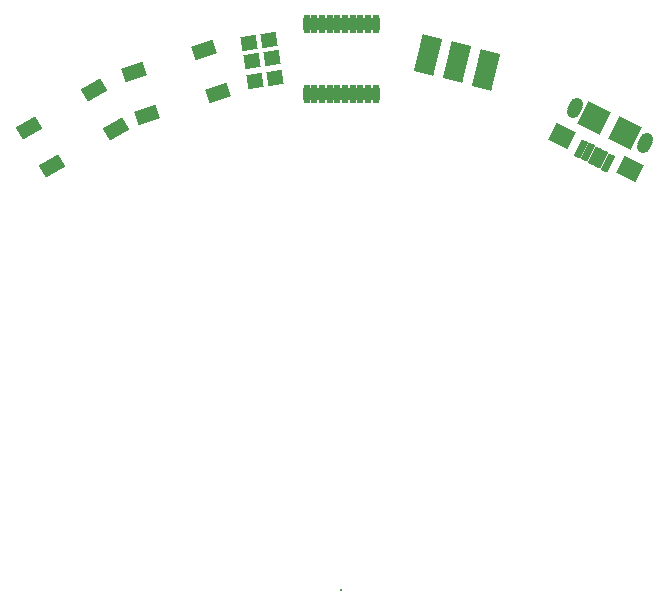
<source format=gbs>
G04*
G04 #@! TF.GenerationSoftware,Altium Limited,Altium Designer,20.1.12 (249)*
G04*
G04 Layer_Color=16711935*
%FSLAX25Y25*%
%MOIN*%
G70*
G04*
G04 #@! TF.SameCoordinates,7C2EAEED-1B34-4CDB-9279-0DCC4619808E*
G04*
G04*
G04 #@! TF.FilePolarity,Negative*
G04*
G01*
G75*
G04:AMPARAMS|DCode=116|XSize=51.31mil|YSize=47.37mil|CornerRadius=0mil|HoleSize=0mil|Usage=FLASHONLY|Rotation=8.800|XOffset=0mil|YOffset=0mil|HoleType=Round|Shape=Rectangle|*
%AMROTATEDRECTD116*
4,1,4,-0.02173,-0.02733,-0.02898,0.01948,0.02173,0.02733,0.02898,-0.01948,-0.02173,-0.02733,0.0*
%
%ADD116ROTATEDRECTD116*%

%ADD176C,0.00800*%
G04:AMPARAMS|DCode=188|XSize=74.93mil|YSize=47.37mil|CornerRadius=0mil|HoleSize=0mil|Usage=FLASHONLY|Rotation=30.000|XOffset=0mil|YOffset=0mil|HoleType=Round|Shape=Rectangle|*
%AMROTATEDRECTD188*
4,1,4,-0.02060,-0.03924,-0.04429,0.00178,0.02060,0.03924,0.04429,-0.00178,-0.02060,-0.03924,0.0*
%
%ADD188ROTATEDRECTD188*%

G04:AMPARAMS|DCode=189|XSize=74.93mil|YSize=47.37mil|CornerRadius=0mil|HoleSize=0mil|Usage=FLASHONLY|Rotation=17.580|XOffset=0mil|YOffset=0mil|HoleType=Round|Shape=Rectangle|*
%AMROTATEDRECTD189*
4,1,4,-0.02856,-0.03390,-0.04287,0.01126,0.02856,0.03390,0.04287,-0.01126,-0.02856,-0.03390,0.0*
%
%ADD189ROTATEDRECTD189*%

%ADD190P,0.11710X4X198.7*%
G04:AMPARAMS|DCode=191|XSize=70.99mil|YSize=63.12mil|CornerRadius=0mil|HoleSize=0mil|Usage=FLASHONLY|Rotation=153.660|XOffset=0mil|YOffset=0mil|HoleType=Round|Shape=Rectangle|*
%AMROTATEDRECTD191*
4,1,4,0.04581,0.01253,0.01781,-0.04403,-0.04581,-0.01253,-0.01781,0.04403,0.04581,0.01253,0.0*
%
%ADD191ROTATEDRECTD191*%

G04:AMPARAMS|DCode=192|XSize=23.75mil|YSize=61.15mil|CornerRadius=0mil|HoleSize=0mil|Usage=FLASHONLY|Rotation=153.660|XOffset=0mil|YOffset=0mil|HoleType=Round|Shape=Rectangle|*
%AMROTATEDRECTD192*
4,1,4,0.02421,0.02213,-0.00293,-0.03267,-0.02421,-0.02213,0.00293,0.03267,0.02421,0.02213,0.0*
%
%ADD192ROTATEDRECTD192*%

G04:AMPARAMS|DCode=193|XSize=67.06mil|YSize=126.11mil|CornerRadius=0mil|HoleSize=0mil|Usage=FLASHONLY|Rotation=166.000|XOffset=0mil|YOffset=0mil|HoleType=Round|Shape=Rectangle|*
%AMROTATEDRECTD193*
4,1,4,0.04779,0.05307,0.01728,-0.06929,-0.04779,-0.05307,-0.01728,0.06929,0.04779,0.05307,0.0*
%
%ADD193ROTATEDRECTD193*%

%ADD194O,0.02572X0.06312*%
G04:AMPARAMS|DCode=195|XSize=43.43mil|YSize=70.99mil|CornerRadius=0mil|HoleSize=0mil|Usage=FLASHONLY|Rotation=153.660|XOffset=0mil|YOffset=0mil|HoleType=Round|Shape=Round|*
%AMOVALD195*
21,1,0.02756,0.04343,0.00000,0.00000,243.7*
1,1,0.04343,0.00611,0.01235*
1,1,0.04343,-0.00611,-0.01235*
%
%ADD195OVALD195*%

D116*
X-24193Y183512D02*
D03*
X-30807Y182488D02*
D03*
X-23193Y177512D02*
D03*
X-29807Y176488D02*
D03*
X-21983Y170791D02*
D03*
X-28598Y169767D02*
D03*
D176*
X0Y0D02*
D03*
D188*
X-82500Y166679D02*
D03*
X-75020Y153723D02*
D03*
X-96500Y141321D02*
D03*
X-103980Y154277D02*
D03*
D189*
X-45555Y180168D02*
D03*
X-41036Y165906D02*
D03*
X-64681Y158415D02*
D03*
X-69200Y172677D02*
D03*
D190*
X84384Y157533D02*
D03*
X94616Y152467D02*
D03*
D191*
X96336Y140413D02*
D03*
X73755Y151593D02*
D03*
D192*
X79891Y147127D02*
D03*
X89065Y142585D02*
D03*
X82184Y145992D02*
D03*
X86771Y143721D02*
D03*
X84478Y144856D02*
D03*
D193*
X28797Y178419D02*
D03*
X38500Y176000D02*
D03*
X48203Y173581D02*
D03*
D194*
X-11516Y188779D02*
D03*
X-8957D02*
D03*
X-6398D02*
D03*
X-3839D02*
D03*
X-1280D02*
D03*
X1280D02*
D03*
X3839D02*
D03*
X6398D02*
D03*
X8957D02*
D03*
X11516D02*
D03*
X-11516Y165551D02*
D03*
X-8957D02*
D03*
X-6398D02*
D03*
X-3839D02*
D03*
X-1280D02*
D03*
X1280D02*
D03*
X3839D02*
D03*
X6398D02*
D03*
X8957D02*
D03*
X11516D02*
D03*
D195*
X77857Y160765D02*
D03*
X101143Y149235D02*
D03*
M02*

</source>
